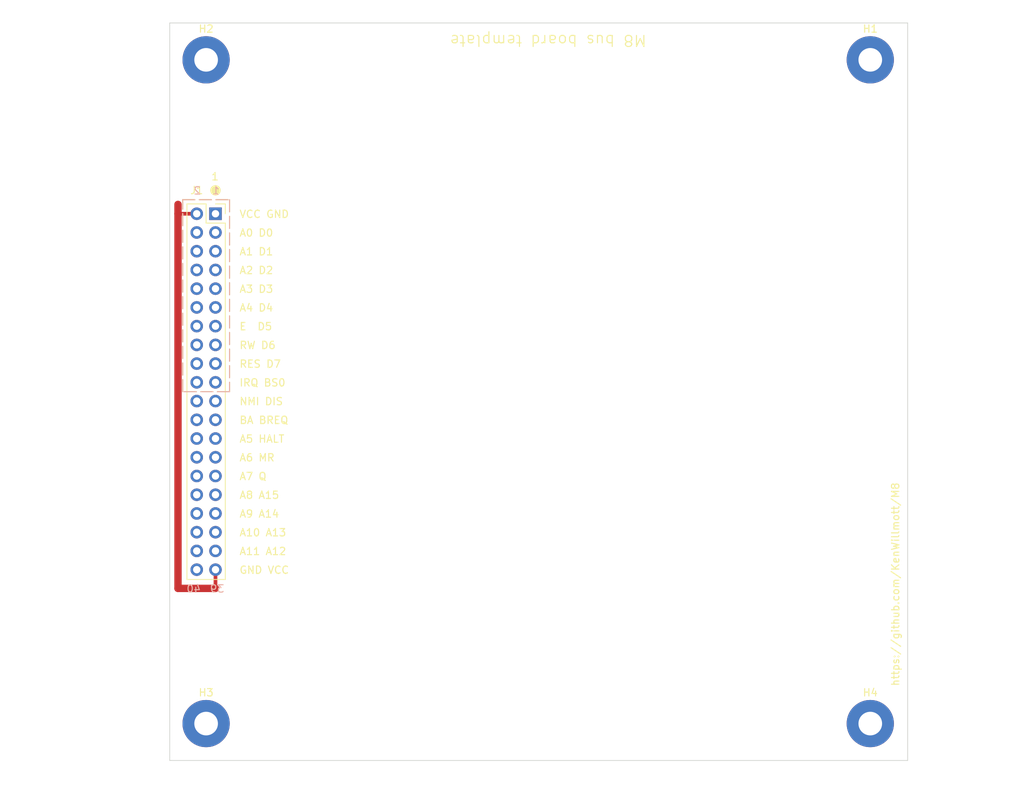
<source format=kicad_pcb>
(kicad_pcb (version 20240108) (generator "pcbnew") (generator_version "8.0")
  (title_block (title "M8 bus and board standard dimensions and layout") (date "2024-11-06") (company "kw"))
  (layers (0 "F.Cu" signal) (1 "In1.Cu" signal) (2 "In2.Cu" signal) (31 "B.Cu" signal) (34 "B.Paste" user) (35 "F.Paste" user) (36 "B.SilkS" user "B.Silkscreen") (37 "F.SilkS" user "F.Silkscreen") (38 "B.Mask" user) (39 "F.Mask" user) (44 "Edge.Cuts" user))
  (net 0 "")
  (net 1 "GND")
  (net 2 "MR")
  (net 3 "/A15")
  (net 4 "/A14")
  (net 5 "/A13")
  (net 6 "/A12")
  (net 7 "/A11")
  (net 8 "/A10")
  (net 9 "/A9")
  (net 10 "/A8")
  (net 11 "/A7")
  (net 12 "/A6")
  (net 13 "/A5")
  (net 14 "/A4")
  (net 15 "/A3")
  (net 16 "/A2")
  (net 17 "/A1")
  (net 18 "/A0")
  (net 19 "RES*")
  (net 20 "/D7")
  (net 21 "/D6")
  (net 22 "/D5")
  (net 23 "/D4")
  (net 24 "/D3")
  (net 25 "/D2")
  (net 26 "/D1")
  (net 27 "/D0")
  (net 28 "E")
  (net 29 "R{slash}W*")
  (net 30 "VCC")
  (net 31 "BSEL0*")
  (net 32 "NMI*")
  (net 33 "BA")
  (net 34 "HALT*")
  (net 35 "IRQ*")
  (net 36 "Q")
  (net 37 "BREQ*")
  (net 38 "DIS*")
  (footprint "MountingHole:MountingHole_3.2mm_M3_Pad" (layer "F.Cu") (at 170 145)
    (property "Reference" "H4" (at 0 -4.2 0) (layer "F.SilkS"))
    (property "Value" "MountingHole_Pad" (hide yes))
    (pad "1" thru_hole circle (at 0 0) (size 6.4 6.4) (drill 3.2) (layers "*.Cu" "*.Mask") (net 1 "GND"))
  )
  (footprint "MountingHole:MountingHole_3.2mm_M3_Pad" (layer "F.Cu") (at 80 55)
    (property "Reference" "H2" (at 0 -4.2 0) (layer "F.SilkS"))
    (property "Value" "MountingHole_Pad" (hide yes))
    (pad "1" thru_hole circle (at 0 0) (size 6.4 6.4) (drill 3.2) (layers "*.Cu" "*.Mask") (net 1 "GND"))
  )
  (footprint "Connector_PinSocket_2.54mm:PinSocket_2x20_P2.54mm_Vertical" (layer "F.Cu") (at 81.27 75.87)
    (property "Reference" "J1" (at -2.54 -3.175 0) (layer "F.SilkS"))
    (property "Value" "Conn_02x20_Odd_Even" (hide yes))
    (fp_line (start -3.87 -1.33) (end -3.87 49.59) (stroke (width 0.12)) (layer "F.SilkS"))
    (fp_line (start -3.87 -1.33) (end -1.27 -1.33) (stroke (width 0.12)) (layer "F.SilkS"))
    (fp_line (start -3.87 49.59) (end 1.33 49.59) (stroke (width 0.12)) (layer "F.SilkS"))
    (fp_line (start -1.27 -1.33) (end -1.27 1.27) (stroke (width 0.12)) (layer "F.SilkS"))
    (fp_line (start -1.27 1.27) (end 1.33 1.27) (stroke (width 0.12)) (layer "F.SilkS"))
    (fp_line (start 0 -1.33) (end 1.33 -1.33) (stroke (width 0.12)) (layer "F.SilkS"))
    (fp_line (start 1.33 -1.33) (end 1.33 0) (stroke (width 0.12)) (layer "F.SilkS"))
    (fp_line (start 1.33 1.27) (end 1.33 49.59) (stroke (width 0.12)) (layer "F.SilkS"))
    (pad "1" thru_hole rect (at 0 0) (size 1.7 1.7) (drill 1) (layers "*.Cu" "*.Mask") (net 1 "GND"))
    (pad "2" thru_hole oval (at -2.54 0) (size 1.7 1.7) (drill 1) (layers "*.Cu" "*.Mask") (net 30 "VCC"))
    (pad "3" thru_hole oval (at 0 2.54) (size 1.7 1.7) (drill 1) (layers "*.Cu" "*.Mask") (net 27 "/D0"))
    (pad "4" thru_hole oval (at -2.54 2.54) (size 1.7 1.7) (drill 1) (layers "*.Cu" "*.Mask") (net 18 "/A0"))
    (pad "5" thru_hole oval (at 0 5.08) (size 1.7 1.7) (drill 1) (layers "*.Cu" "*.Mask") (net 26 "/D1"))
    (pad "6" thru_hole oval (at -2.54 5.08) (size 1.7 1.7) (drill 1) (layers "*.Cu" "*.Mask") (net 17 "/A1"))
    (pad "7" thru_hole oval (at 0 7.62) (size 1.7 1.7) (drill 1) (layers "*.Cu" "*.Mask") (net 25 "/D2"))
    (pad "8" thru_hole oval (at -2.54 7.62) (size 1.7 1.7) (drill 1) (layers "*.Cu" "*.Mask") (net 16 "/A2"))
    (pad "9" thru_hole oval (at 0 10.16) (size 1.7 1.7) (drill 1) (layers "*.Cu" "*.Mask") (net 24 "/D3"))
    (pad "10" thru_hole oval (at -2.54 10.16) (size 1.7 1.7) (drill 1) (layers "*.Cu" "*.Mask") (net 15 "/A3"))
    (pad "11" thru_hole oval (at 0 12.7) (size 1.7 1.7) (drill 1) (layers "*.Cu" "*.Mask") (net 23 "/D4"))
    (pad "12" thru_hole oval (at -2.54 12.7) (size 1.7 1.7) (drill 1) (layers "*.Cu" "*.Mask") (net 14 "/A4"))
    (pad "13" thru_hole oval (at 0 15.24) (size 1.7 1.7) (drill 1) (layers "*.Cu" "*.Mask") (net 22 "/D5"))
    (pad "14" thru_hole oval (at -2.54 15.24) (size 1.7 1.7) (drill 1) (layers "*.Cu" "*.Mask") (net 28 "E"))
    (pad "15" thru_hole oval (at 0 17.78) (size 1.7 1.7) (drill 1) (layers "*.Cu" "*.Mask") (net 21 "/D6"))
    (pad "16" thru_hole oval (at -2.54 17.78) (size 1.7 1.7) (drill 1) (layers "*.Cu" "*.Mask") (net 29 "R{slash}W*"))
    (pad "17" thru_hole oval (at 0 20.32) (size 1.7 1.7) (drill 1) (layers "*.Cu" "*.Mask") (net 20 "/D7"))
    (pad "18" thru_hole oval (at -2.54 20.32) (size 1.7 1.7) (drill 1) (layers "*.Cu" "*.Mask") (net 19 "RES*"))
    (pad "19" thru_hole oval (at 0 22.86) (size 1.7 1.7) (drill 1) (layers "*.Cu" "*.Mask") (net 31 "BSEL0*"))
    (pad "20" thru_hole oval (at -2.54 22.86) (size 1.7 1.7) (drill 1) (layers "*.Cu" "*.Mask") (net 35 "IRQ*"))
    (pad "21" thru_hole oval (at 0 25.4) (size 1.7 1.7) (drill 1) (layers "*.Cu" "*.Mask") (net 38 "DIS*"))
    (pad "22" thru_hole oval (at -2.54 25.4) (size 1.7 1.7) (drill 1) (layers "*.Cu" "*.Mask") (net 32 "NMI*"))
    (pad "23" thru_hole oval (at 0 27.94) (size 1.7 1.7) (drill 1) (layers "*.Cu" "*.Mask") (net 37 "BREQ*"))
    (pad "24" thru_hole oval (at -2.54 27.94) (size 1.7 1.7) (drill 1) (layers "*.Cu" "*.Mask") (net 33 "BA"))
    (pad "25" thru_hole oval (at 0 30.48) (size 1.7 1.7) (drill 1) (layers "*.Cu" "*.Mask") (net 34 "HALT*"))
    (pad "26" thru_hole oval (at -2.54 30.48) (size 1.7 1.7) (drill 1) (layers "*.Cu" "*.Mask") (net 13 "/A5"))
    (pad "27" thru_hole oval (at 0 33.02) (size 1.7 1.7) (drill 1) (layers "*.Cu" "*.Mask") (net 2 "MR"))
    (pad "28" thru_hole oval (at -2.54 33.02) (size 1.7 1.7) (drill 1) (layers "*.Cu" "*.Mask") (net 12 "/A6"))
    (pad "29" thru_hole oval (at 0 35.56) (size 1.7 1.7) (drill 1) (layers "*.Cu" "*.Mask") (net 36 "Q"))
    (pad "30" thru_hole oval (at -2.54 35.56) (size 1.7 1.7) (drill 1) (layers "*.Cu" "*.Mask") (net 11 "/A7"))
    (pad "31" thru_hole oval (at 0 38.1) (size 1.7 1.7) (drill 1) (layers "*.Cu" "*.Mask") (net 3 "/A15"))
    (pad "32" thru_hole oval (at -2.54 38.1) (size 1.7 1.7) (drill 1) (layers "*.Cu" "*.Mask") (net 10 "/A8"))
    (pad "33" thru_hole oval (at 0 40.64) (size 1.7 1.7) (drill 1) (layers "*.Cu" "*.Mask") (net 4 "/A14"))
    (pad "34" thru_hole oval (at -2.54 40.64) (size 1.7 1.7) (drill 1) (layers "*.Cu" "*.Mask") (net 9 "/A9"))
    (pad "35" thru_hole oval (at 0 43.18) (size 1.7 1.7) (drill 1) (layers "*.Cu" "*.Mask") (net 5 "/A13"))
    (pad "36" thru_hole oval (at -2.54 43.18) (size 1.7 1.7) (drill 1) (layers "*.Cu" "*.Mask") (net 8 "/A10"))
    (pad "37" thru_hole oval (at 0 45.72) (size 1.7 1.7) (drill 1) (layers "*.Cu" "*.Mask") (net 6 "/A12"))
    (pad "38" thru_hole oval (at -2.54 45.72) (size 1.7 1.7) (drill 1) (layers "*.Cu" "*.Mask") (net 7 "/A11"))
    (pad "39" thru_hole oval (at 0 48.26) (size 1.7 1.7) (drill 1) (layers "*.Cu" "*.Mask") (net 30 "VCC"))
    (pad "40" thru_hole oval (at -2.54 48.26) (size 1.7 1.7) (drill 1) (layers "*.Cu" "*.Mask") (net 1 "GND"))
  )
  (footprint "MountingHole:MountingHole_3.2mm_M3_Pad" (layer "F.Cu") (at 170 55)
    (property "Reference" "H1" (at 0 -4.2 0) (layer "F.SilkS"))
    (property "Value" "MountingHole_Pad" (hide yes))
    (pad "1" thru_hole circle (at 0 0) (size 6.4 6.4) (drill 3.2) (layers "*.Cu" "*.Mask") (net 1 "GND"))
  )
  (footprint "MountingHole:MountingHole_3.2mm_M3_Pad" (layer "F.Cu") (at 80 145)
    (property "Reference" "H3" (at 0 -4.2 0) (layer "F.SilkS"))
    (property "Value" "MountingHole_Pad" (hide yes))
    (pad "1" thru_hole circle (at 0 0) (size 6.4 6.4) (drill 3.2) (layers "*.Cu" "*.Mask") (net 1 "GND"))
  )
  (gr_rect (start 76.825 73.965) (end 83.175 100) (stroke (width 0.15) (type dash)) (fill none) (layer "B.SilkS"))
  (gr_circle (center 81.27 72.695) (end 81.905 72.695) (stroke (width 0.15)) (fill solid) (layer "F.SilkS"))
  (gr_rect (start 76.825 73.965) (end 83.175 100) (stroke (width 0.15) (type dash)) (fill none) (layer "F.SilkS"))
  (gr_line (start 175.07 50) (end 175.07 150) (stroke (width 0.1)) (layer "Edge.Cuts"))
  (gr_line (start 75.07 150) (end 175.07 150) (stroke (width 0.1)) (layer "Edge.Cuts"))
  (gr_line (start 75.07 50) (end 175.07 50) (stroke (width 0.1)) (layer "Edge.Cuts"))
  (gr_line (start 75.07 150) (end 75.07 50) (stroke (width 0.1)) (layer "Edge.Cuts"))
  (gr_text "1" (at 81.905 73.33 0) (layer "B.SilkS") (effects (font (size 1 1)) (justify left bottom mirror)))
  (gr_text "40" (at 79.365 127.305 0) (layer "B.SilkS") (effects (font (size 1 1)) (justify left bottom mirror)))
  (gr_text "39" (at 82.54 127.305 0) (layer "B.SilkS") (effects (font (size 1 1)) (justify left bottom mirror)))
  (gr_text "2" (at 79.365 73.33 0) (layer "B.SilkS") (effects (font (size 1 1)) (justify left bottom mirror)))
  (gr_text "A4 D4" (at 84.445 89.205 0) (layer "F.SilkS") (effects (font (size 1 1)) (justify left bottom)))
  (gr_text "VCC GND" (at 84.445 76.505 0) (layer "F.SilkS") (effects (font (size 1 1)) (justify left bottom)))
  (gr_text "NMI DIS" (at 84.445 101.905 0) (layer "F.SilkS") (effects (font (size 1 1)) (justify left bottom)))
  (gr_text "E  D5" (at 84.445 91.745 0) (layer "F.SilkS") (effects (font (size 1 1)) (justify left bottom)))
  (gr_text "RES D7" (at 84.445 96.825 0) (layer "F.SilkS") (effects (font (size 1 1)) (justify left bottom)))
  (gr_text "A3 D3" (at 84.445 86.665 0) (layer "F.SilkS") (effects (font (size 1 1)) (justify left bottom)))
  (gr_text "A10 A13" (at 84.445 119.685 0) (layer "F.SilkS") (effects (font (size 1 1)) (justify left bottom)))
  (gr_text "M8 bus board template" (at 126.355 52.375 180) (layer "F.SilkS") (effects (font (size 1.5 1.5))))
  (gr_text "RW D6" (at 84.445 94.285 0) (layer "F.SilkS") (effects (font (size 1 1)) (justify left bottom)))
  (gr_text "A7 Q" (at 84.445 112.065 0) (layer "F.SilkS") (effects (font (size 1 1)) (justify left bottom)))
  (gr_text "https://github.com/KenWillmott/M8" (at 174 140 90) (layer "F.SilkS") (effects (font (size 1 1)) (justify left bottom)))
  (gr_text "1" (at 80.635 71.425 0) (layer "F.SilkS") (effects (font (size 1 1)) (justify left bottom)))
  (gr_text "BA BREQ" (at 84.445 104.445 0) (layer "F.SilkS") (effects (font (size 1 1)) (justify left bottom)))
  (gr_text "A9 A14" (at 84.445 117.145 0) (layer "F.SilkS") (effects (font (size 1 1)) (justify left bottom)))
  (gr_text "A5 HALT" (at 84.445 106.985 0) (layer "F.SilkS") (effects (font (size 1 1)) (justify left bottom)))
  (gr_text "A1 D1" (at 84.445 81.585 0) (layer "F.SilkS") (effects (font (size 1 1)) (justify left bottom)))
  (gr_text "IRQ BS0" (at 84.445 99.365 0) (layer "F.SilkS") (effects (font (size 1 1)) (justify left bottom)))
  (gr_text "GND VCC" (at 84.445 124.765 0) (layer "F.SilkS") (effects (font (size 1 1)) (justify left bottom)))
  (gr_text "A2 D2" (at 84.445 84.125 0) (layer "F.SilkS") (effects (font (size 1 1)) (justify left bottom)))
  (gr_text "A0 D0" (at 84.445 79.045 0) (layer "F.SilkS") (effects (font (size 1 1)) (justify left bottom)))
  (gr_text "A11 A12" (at 84.445 122.225 0) (layer "F.SilkS") (effects (font (size 1 1)) (justify left bottom)))
  (gr_text "A8 A15" (at 84.445 114.605 0) (layer "F.SilkS") (effects (font (size 1 1)) (justify left bottom)))
  (gr_text "A6 MR" (at 84.445 109.525 0) (layer "F.SilkS") (effects (font (size 1 1)) (justify left bottom)))
  (segment (start 81.27 126.67) (end 81.27 124.13) (width 0.5) (layer "F.Cu") (net 30))
  (segment (start 76.19 126.67) (end 76.19 75.87) (width 1) (layer "F.Cu") (net 30))
  (segment (start 76.19 74.6) (end 76.19 75.87) (width 1) (layer "F.Cu") (net 30))
  (segment (start 76.19 75.87) (end 78.73 75.87) (width 0.5) (layer "F.Cu") (net 30))
  (segment (start 81.27 126.67) (end 76.19 126.67) (width 1) (layer "F.Cu") (net 30))
)
</source>
